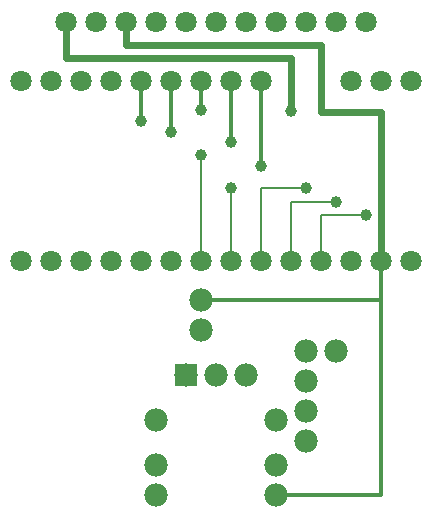
<source format=gtl>
G04 MADE WITH FRITZING*
G04 WWW.FRITZING.ORG*
G04 DOUBLE SIDED*
G04 HOLES PLATED*
G04 CONTOUR ON CENTER OF CONTOUR VECTOR*
%ASAXBY*%
%FSLAX23Y23*%
%MOIN*%
%OFA0B0*%
%SFA1.0B1.0*%
%ADD10C,0.039370*%
%ADD11C,0.070866*%
%ADD12C,0.078000*%
%ADD13R,0.078000X0.078000*%
%ADD14C,0.024000*%
%ADD15C,0.012000*%
%ADD16C,0.008000*%
%LNCOPPER1*%
G90*
G70*
G54D10*
X1150Y1122D03*
X1250Y1078D03*
X1350Y1033D03*
X800Y1383D03*
X600Y1347D03*
X700Y1311D03*
X900Y1275D03*
X1000Y1196D03*
X800Y1233D03*
X900Y1122D03*
X1100Y1379D03*
G54D11*
X1500Y880D03*
X1400Y880D03*
X1300Y880D03*
X1200Y880D03*
X1100Y880D03*
X1000Y880D03*
X900Y880D03*
X800Y880D03*
X700Y880D03*
X600Y880D03*
X500Y880D03*
X400Y880D03*
X300Y880D03*
X200Y880D03*
G54D12*
X1050Y100D03*
X650Y100D03*
X650Y350D03*
X1050Y200D03*
X1050Y350D03*
X650Y200D03*
G54D11*
X350Y1675D03*
X450Y1675D03*
X550Y1675D03*
X650Y1675D03*
X750Y1675D03*
X850Y1675D03*
X950Y1675D03*
X1050Y1675D03*
X1150Y1675D03*
X1250Y1675D03*
X1350Y1675D03*
X350Y1675D03*
X450Y1675D03*
X550Y1675D03*
X650Y1675D03*
X750Y1675D03*
X850Y1675D03*
X950Y1675D03*
X1050Y1675D03*
X1150Y1675D03*
X1250Y1675D03*
X1350Y1675D03*
G54D12*
X800Y750D03*
X800Y650D03*
X1150Y580D03*
X1250Y580D03*
X1150Y280D03*
X1150Y380D03*
X1150Y480D03*
X750Y500D03*
X850Y500D03*
X950Y500D03*
G54D11*
X1499Y1479D03*
X1399Y1479D03*
X1299Y1479D03*
X999Y1479D03*
X899Y1479D03*
X799Y1479D03*
X699Y1479D03*
X599Y1479D03*
X499Y1479D03*
X399Y1479D03*
X299Y1479D03*
X199Y1479D03*
G54D13*
X750Y500D03*
G54D14*
X1400Y1378D02*
X1400Y911D01*
D02*
X1200Y1378D02*
X1400Y1378D01*
D02*
X1100Y1555D02*
X350Y1555D01*
D02*
X1100Y1398D02*
X1100Y1555D01*
D02*
X350Y1555D02*
X350Y1644D01*
G54D15*
D02*
X1400Y750D02*
X825Y750D01*
D02*
X1400Y855D02*
X1400Y750D01*
G54D16*
D02*
X1200Y1033D02*
X1336Y1033D01*
G54D15*
D02*
X1400Y100D02*
X1075Y100D01*
D02*
X1400Y855D02*
X1400Y100D01*
G54D16*
D02*
X1000Y1122D02*
X1136Y1122D01*
D02*
X1100Y1078D02*
X1236Y1078D01*
D02*
X1000Y906D02*
X1000Y1122D01*
D02*
X1100Y906D02*
X1100Y1078D01*
D02*
X1200Y906D02*
X1200Y1033D01*
D02*
X800Y906D02*
X800Y1220D01*
D02*
X900Y906D02*
X900Y1109D01*
G54D14*
D02*
X1200Y1599D02*
X1200Y1378D01*
D02*
X1200Y1599D02*
X550Y1599D01*
D02*
X550Y1599D02*
X550Y1644D01*
G54D15*
D02*
X599Y1455D02*
X600Y1361D01*
D02*
X699Y1455D02*
X700Y1325D01*
D02*
X800Y1455D02*
X800Y1397D01*
D02*
X899Y1455D02*
X900Y1288D01*
D02*
X999Y1455D02*
X1000Y1209D01*
G04 End of Copper1*
M02*
</source>
